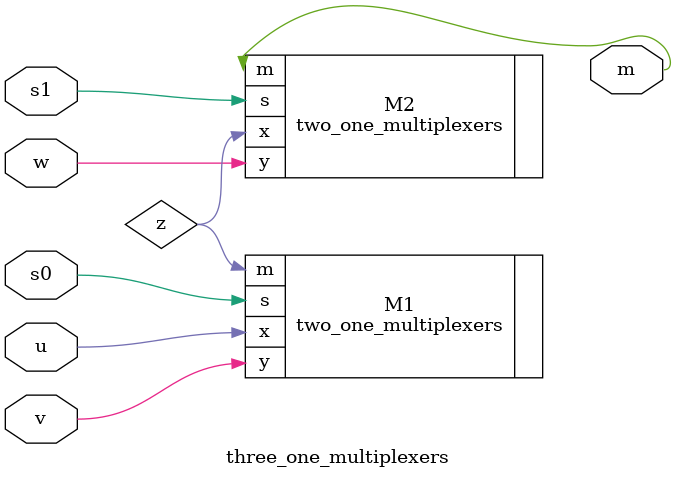
<source format=v>
module three_one_multiplexers(s0,s1,u,v,w,m);
		input s0,s1,u,v,w;
		output m;
		wire z;

		two_one_multiplexers M1(.x(u), .y(v), .s(s0), .m(z));
		two_one_multiplexers M2(.x(z), .y(w), .s(s1), .m(m));

endmodule 
</source>
